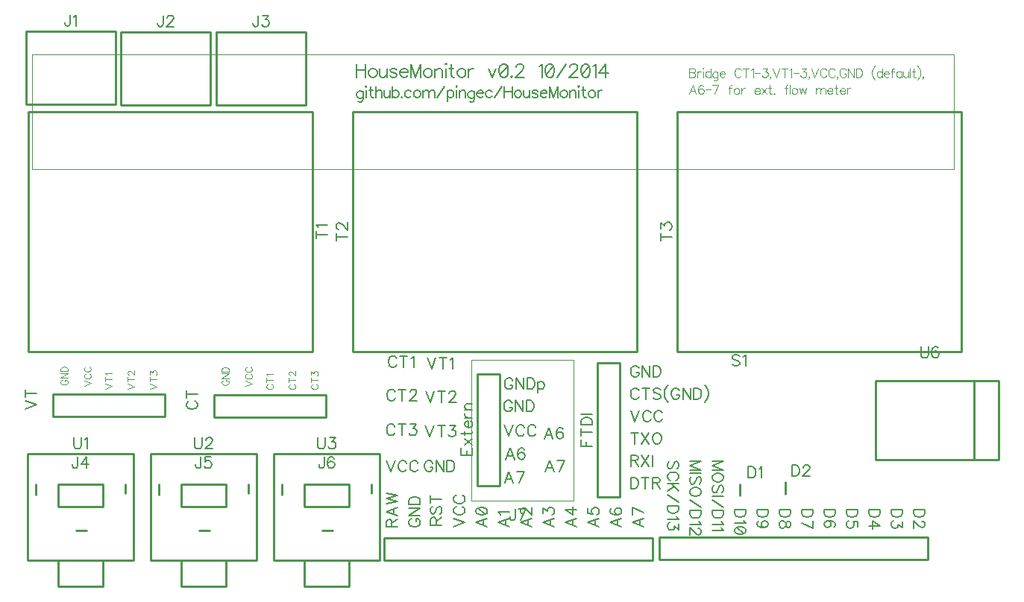
<source format=gto>
G04 DipTrace 2.4.0.2*
%INTopSilk.gto*%
%MOIN*%
%ADD10C,0.0098*%
%ADD11C,0.0055*%
%ADD13C,0.0014*%
%ADD72C,0.0077*%
%ADD73C,0.0046*%
%ADD74C,0.0066*%
%ADD75C,0.0044*%
%FSLAX44Y44*%
G04*
G70*
G90*
G75*
G01*
%LNTopSilk*%
%LPD*%
X4357Y24174D2*
D10*
X17074D1*
Y13426D1*
X4357D1*
Y24174D1*
X18857D2*
X31574D1*
Y13426D1*
X18857D1*
Y24174D1*
X33357D2*
X46074D1*
Y13426D1*
X33357D1*
Y24174D1*
X4259Y27760D2*
X8259D1*
Y24492D1*
X4259D1*
Y27760D1*
X8516Y27738D2*
X12516D1*
Y24471D1*
X8516D1*
Y27738D1*
X12774Y27740D2*
X16774D1*
Y24472D1*
X12774D1*
Y27740D1*
X5457Y11515D2*
X10457D1*
Y10515D1*
X5457D1*
Y11515D1*
X12656Y11506D2*
X17657D1*
Y10506D1*
X12656D1*
Y11506D1*
X5707Y7481D2*
X7707D1*
Y6481D1*
X5707D1*
Y7481D1*
X11207D2*
X13207D1*
Y6481D1*
X11207D1*
Y7481D1*
X16707D2*
X18707D1*
Y6481D1*
X16707D1*
Y7481D1*
X4332Y8856D2*
X9082D1*
Y4106D1*
X4332D1*
Y8856D1*
X5707Y4106D2*
X7707D1*
Y2918D1*
X5707D1*
Y4106D1*
X6519Y5418D2*
X6957D1*
X4707Y7481D2*
Y7043D1*
X8707Y7481D2*
Y7106D1*
X9832Y8856D2*
X14582D1*
Y4106D1*
X9832D1*
Y8856D1*
X11207Y4106D2*
X13207D1*
Y2918D1*
X11207D1*
Y4106D1*
X12019Y5418D2*
X12457D1*
X10207Y7481D2*
Y7043D1*
X14207Y7481D2*
Y7106D1*
X15332Y8856D2*
X20082D1*
Y4106D1*
X15332D1*
Y8856D1*
X16707Y4106D2*
X18707D1*
Y2918D1*
X16707D1*
Y4106D1*
X17519Y5418D2*
X17957D1*
X15707Y7481D2*
Y7043D1*
X19707Y7481D2*
Y7106D1*
X42242Y8589D2*
X47753D1*
Y12132D1*
X42242D1*
Y8589D1*
X46651Y8628D2*
Y12132D1*
X36160Y6998D2*
Y7509D1*
X30804Y12921D2*
X29804D1*
Y6922D1*
X30804D1*
Y12921D1*
X38211Y7073D2*
Y7584D1*
X20256Y5101D2*
X32255D1*
Y4101D1*
X20256D1*
Y5101D1*
X44562Y4136D2*
X32564D1*
Y5136D1*
X44562D1*
Y4136D1*
X25449Y12440D2*
X24449D1*
Y7440D1*
X25449D1*
Y12440D1*
X4554Y26721D2*
D13*
X45749D1*
Y21578D1*
X4554D1*
Y26721D1*
X24187Y13074D2*
X28732D1*
Y6763D1*
X24187D1*
Y13074D1*
X17243Y18663D2*
D72*
X17746D1*
X17243Y18495D2*
Y18830D1*
X17339Y18985D2*
X17315Y19033D1*
X17244Y19105D1*
X17746D1*
X18125Y18555D2*
X18627D1*
X18125Y18388D2*
Y18723D1*
X18245Y18902D2*
X18221D1*
X18173Y18925D1*
X18149Y18949D1*
X18125Y18997D1*
Y19093D1*
X18149Y19140D1*
X18173Y19164D1*
X18221Y19188D1*
X18269D1*
X18317Y19164D1*
X18388Y19117D1*
X18627Y18877D1*
Y19212D1*
X32625Y18555D2*
X33127D1*
X32625Y18388D2*
Y18723D1*
Y18925D2*
Y19188D1*
X32817Y19045D1*
Y19117D1*
X32840Y19164D1*
X32864Y19188D1*
X32936Y19212D1*
X32984D1*
X33055Y19188D1*
X33103Y19140D1*
X33127Y19068D1*
Y18997D1*
X33103Y18925D1*
X33079Y18902D1*
X33032Y18877D1*
X6241Y28492D2*
Y28109D1*
X6217Y28037D1*
X6193Y28014D1*
X6145Y27989D1*
X6097D1*
X6050Y28014D1*
X6026Y28037D1*
X6002Y28109D1*
Y28157D1*
X6395Y28396D2*
X6444Y28420D1*
X6515Y28491D1*
Y27989D1*
X10391Y28471D2*
Y28088D1*
X10367Y28016D1*
X10343Y27993D1*
X10295Y27968D1*
X10247D1*
X10200Y27993D1*
X10176Y28016D1*
X10151Y28088D1*
Y28136D1*
X10569Y28351D2*
Y28374D1*
X10593Y28423D1*
X10617Y28446D1*
X10665Y28470D1*
X10761D1*
X10808Y28446D1*
X10832Y28423D1*
X10856Y28374D1*
Y28327D1*
X10832Y28279D1*
X10784Y28208D1*
X10545Y27968D1*
X10880D1*
X14649Y28472D2*
Y28089D1*
X14626Y28018D1*
X14601Y27994D1*
X14554Y27969D1*
X14506D1*
X14458Y27994D1*
X14434Y28018D1*
X14410Y28089D1*
Y28137D1*
X14852Y28471D2*
X15114D1*
X14971Y28280D1*
X15043D1*
X15091Y28256D1*
X15114Y28233D1*
X15139Y28161D1*
Y28113D1*
X15114Y28041D1*
X15067Y27993D1*
X14995Y27969D1*
X14923D1*
X14852Y27993D1*
X14828Y28018D1*
X14804Y28065D1*
X4233Y10854D2*
X4735Y11045D1*
X4233Y11236D1*
Y11558D2*
X4735D1*
X4233Y11391D2*
Y11726D1*
X11552Y11215D2*
X11504Y11191D1*
X11456Y11143D1*
X11432Y11096D1*
Y11000D1*
X11456Y10952D1*
X11504Y10904D1*
X11552Y10880D1*
X11623Y10856D1*
X11743D1*
X11815Y10880D1*
X11863Y10904D1*
X11910Y10952D1*
X11935Y11000D1*
Y11096D1*
X11910Y11143D1*
X11863Y11191D1*
X11815Y11215D1*
X11432Y11537D2*
X11935D1*
X11432Y11369D2*
Y11704D1*
X6570Y8713D2*
Y8330D1*
X6546Y8259D1*
X6522Y8235D1*
X6475Y8211D1*
X6426D1*
X6379Y8235D1*
X6355Y8259D1*
X6331Y8330D1*
Y8378D1*
X6964Y8211D2*
Y8712D1*
X6725Y8378D1*
X7083D1*
X12082Y8713D2*
Y8330D1*
X12058Y8259D1*
X12034Y8235D1*
X11986Y8211D1*
X11938D1*
X11891Y8235D1*
X11867Y8259D1*
X11843Y8330D1*
Y8378D1*
X12523Y8712D2*
X12285D1*
X12261Y8497D1*
X12285Y8521D1*
X12356Y8545D1*
X12428D1*
X12500Y8521D1*
X12548Y8474D1*
X12571Y8402D1*
Y8354D1*
X12548Y8282D1*
X12500Y8234D1*
X12428Y8211D1*
X12356D1*
X12285Y8234D1*
X12261Y8259D1*
X12236Y8306D1*
X17594Y8713D2*
Y8330D1*
X17570Y8259D1*
X17546Y8235D1*
X17499Y8211D1*
X17451D1*
X17403Y8235D1*
X17379Y8259D1*
X17355Y8330D1*
Y8378D1*
X18035Y8641D2*
X18012Y8689D1*
X17940Y8712D1*
X17892D1*
X17820Y8689D1*
X17772Y8617D1*
X17749Y8497D1*
Y8378D1*
X17772Y8282D1*
X17820Y8234D1*
X17892Y8211D1*
X17916D1*
X17987Y8234D1*
X18035Y8282D1*
X18059Y8354D1*
Y8378D1*
X18035Y8450D1*
X17987Y8497D1*
X17916Y8521D1*
X17892D1*
X17820Y8497D1*
X17772Y8450D1*
X17749Y8378D1*
X6402Y9588D2*
Y9229D1*
X6426Y9157D1*
X6474Y9110D1*
X6546Y9086D1*
X6594D1*
X6666Y9110D1*
X6714Y9157D1*
X6737Y9229D1*
Y9588D1*
X6892Y9492D2*
X6940Y9516D1*
X7012Y9587D1*
Y9086D1*
X11795Y9588D2*
Y9229D1*
X11819Y9157D1*
X11867Y9110D1*
X11939Y9086D1*
X11986D1*
X12058Y9110D1*
X12106Y9157D1*
X12130Y9229D1*
Y9588D1*
X12309Y9468D2*
Y9492D1*
X12332Y9540D1*
X12356Y9564D1*
X12404Y9587D1*
X12500D1*
X12547Y9564D1*
X12571Y9540D1*
X12595Y9492D1*
Y9444D1*
X12571Y9396D1*
X12524Y9325D1*
X12284Y9086D1*
X12619D1*
X17295Y9588D2*
Y9229D1*
X17319Y9157D1*
X17367Y9110D1*
X17439Y9086D1*
X17486D1*
X17558Y9110D1*
X17606Y9157D1*
X17630Y9229D1*
Y9588D1*
X17832Y9587D2*
X18095D1*
X17952Y9396D1*
X18024D1*
X18071Y9372D1*
X18095Y9349D1*
X18119Y9277D1*
Y9229D1*
X18095Y9157D1*
X18047Y9109D1*
X17975Y9086D1*
X17904D1*
X17832Y9109D1*
X17809Y9134D1*
X17784Y9181D1*
X44263Y13652D2*
Y13293D1*
X44287Y13221D1*
X44335Y13174D1*
X44407Y13150D1*
X44454D1*
X44526Y13174D1*
X44574Y13221D1*
X44598Y13293D1*
Y13652D1*
X45039Y13580D2*
X45015Y13628D1*
X44943Y13651D1*
X44896D1*
X44824Y13628D1*
X44776Y13556D1*
X44752Y13436D1*
Y13317D1*
X44776Y13221D1*
X44824Y13173D1*
X44896Y13150D1*
X44920D1*
X44991Y13173D1*
X45039Y13221D1*
X45063Y13293D1*
Y13317D1*
X45039Y13389D1*
X44991Y13436D1*
X44920Y13460D1*
X44896D1*
X44824Y13436D1*
X44776Y13389D1*
X44752Y13317D1*
X36544Y8281D2*
Y7778D1*
X36712D1*
X36784Y7803D1*
X36832Y7850D1*
X36856Y7898D1*
X36879Y7970D1*
Y8090D1*
X36856Y8161D1*
X36832Y8209D1*
X36784Y8257D1*
X36712Y8281D1*
X36544D1*
X37034Y8185D2*
X37082Y8209D1*
X37154Y8280D1*
Y7778D1*
X29071Y9510D2*
Y9199D1*
X29574D1*
X29311D2*
Y9391D1*
X29071Y9832D2*
X29574D1*
X29071Y9665D2*
Y10000D1*
Y10154D2*
X29574D1*
Y10322D1*
X29549Y10393D1*
X29502Y10442D1*
X29454Y10465D1*
X29382Y10489D1*
X29263D1*
X29191Y10465D1*
X29143Y10442D1*
X29095Y10393D1*
X29071Y10322D1*
Y10154D1*
Y10643D2*
X29574D1*
X36161Y13220D2*
X36113Y13268D1*
X36041Y13292D1*
X35946D1*
X35874Y13268D1*
X35826Y13220D1*
Y13172D1*
X35850Y13124D1*
X35874Y13100D1*
X35921Y13077D1*
X36065Y13029D1*
X36113Y13005D1*
X36137Y12980D1*
X36161Y12933D1*
Y12861D1*
X36113Y12814D1*
X36041Y12789D1*
X35946D1*
X35874Y12814D1*
X35826Y12861D1*
X36315Y13195D2*
X36363Y13220D1*
X36435Y13291D1*
Y12789D1*
X38488Y8356D2*
Y7854D1*
X38655D1*
X38727Y7878D1*
X38775Y7926D1*
X38799Y7974D1*
X38823Y8045D1*
Y8165D1*
X38799Y8237D1*
X38775Y8284D1*
X38727Y8332D1*
X38655Y8356D1*
X38488D1*
X39002Y8236D2*
Y8260D1*
X39025Y8308D1*
X39049Y8332D1*
X39097Y8356D1*
X39193D1*
X39240Y8332D1*
X39264Y8308D1*
X39288Y8260D1*
Y8212D1*
X39264Y8164D1*
X39217Y8093D1*
X38977Y7854D1*
X39312D1*
X26131Y6382D2*
Y6000D1*
X26107Y5928D1*
X26083Y5904D1*
X26035Y5880D1*
X25987D1*
X25940Y5904D1*
X25916Y5928D1*
X25892Y6000D1*
Y6047D1*
X26381Y5880D2*
X26620Y6382D1*
X26285D1*
X20831Y13115D2*
X20807Y13163D1*
X20759Y13211D1*
X20711Y13235D1*
X20616D1*
X20568Y13211D1*
X20520Y13163D1*
X20496Y13115D1*
X20472Y13043D1*
Y12923D1*
X20496Y12852D1*
X20520Y12804D1*
X20568Y12757D1*
X20616Y12732D1*
X20711D1*
X20759Y12757D1*
X20807Y12804D1*
X20831Y12852D1*
X21153Y13235D2*
Y12732D1*
X20985Y13235D2*
X21320D1*
X21475Y13138D2*
X21523Y13163D1*
X21594Y13234D1*
Y12732D1*
X20763Y11616D2*
X20739Y11664D1*
X20691Y11712D1*
X20644Y11736D1*
X20548D1*
X20500Y11712D1*
X20453Y11664D1*
X20428Y11616D1*
X20405Y11544D1*
Y11425D1*
X20428Y11353D1*
X20453Y11305D1*
X20500Y11258D1*
X20548Y11233D1*
X20644D1*
X20691Y11258D1*
X20739Y11305D1*
X20763Y11353D1*
X21085Y11736D2*
Y11233D1*
X20918Y11736D2*
X21253D1*
X21431Y11616D2*
Y11640D1*
X21455Y11688D1*
X21479Y11711D1*
X21527Y11735D1*
X21623D1*
X21670Y11711D1*
X21694Y11688D1*
X21718Y11640D1*
Y11592D1*
X21694Y11544D1*
X21646Y11473D1*
X21407Y11233D1*
X21742D1*
X20749Y10068D2*
X20725Y10116D1*
X20677Y10164D1*
X20630Y10187D1*
X20534D1*
X20486Y10164D1*
X20439Y10116D1*
X20414Y10068D1*
X20391Y9996D1*
Y9876D1*
X20414Y9805D1*
X20439Y9757D1*
X20486Y9709D1*
X20534Y9685D1*
X20630D1*
X20677Y9709D1*
X20725Y9757D1*
X20749Y9805D1*
X21071Y10187D2*
Y9685D1*
X20904Y10187D2*
X21239D1*
X21441D2*
X21704D1*
X21560Y9996D1*
X21632D1*
X21680Y9972D1*
X21704Y9948D1*
X21728Y9876D1*
Y9829D1*
X21704Y9757D1*
X21656Y9709D1*
X21584Y9685D1*
X21512D1*
X21441Y9709D1*
X21417Y9733D1*
X21393Y9781D1*
X22201Y13170D2*
X22393Y12667D1*
X22584Y13170D1*
X22906D2*
Y12667D1*
X22738Y13170D2*
X23073D1*
X23228Y13074D2*
X23276Y13098D1*
X23347Y13169D1*
Y12667D1*
X22134Y11671D2*
X22325Y11168D1*
X22516Y11671D1*
X22838D2*
Y11168D1*
X22671Y11671D2*
X23006D1*
X23184Y11551D2*
Y11574D1*
X23208Y11623D1*
X23232Y11646D1*
X23280Y11670D1*
X23376D1*
X23423Y11646D1*
X23447Y11623D1*
X23471Y11574D1*
Y11527D1*
X23447Y11479D1*
X23399Y11408D1*
X23160Y11168D1*
X23495D1*
X22120Y10122D2*
X22311Y9620D1*
X22502Y10122D1*
X22824D2*
Y9620D1*
X22657Y10122D2*
X22992D1*
X23194D2*
X23457D1*
X23314Y9931D1*
X23385D1*
X23433Y9907D1*
X23457Y9883D1*
X23481Y9811D1*
Y9764D1*
X23457Y9692D1*
X23409Y9644D1*
X23337Y9620D1*
X23265D1*
X23194Y9644D1*
X23170Y9668D1*
X23146Y9716D1*
X22441Y8443D2*
X22417Y8491D1*
X22369Y8539D1*
X22322Y8563D1*
X22226D1*
X22178Y8539D1*
X22130Y8491D1*
X22106Y8443D1*
X22082Y8372D1*
Y8252D1*
X22106Y8180D1*
X22130Y8132D1*
X22178Y8085D1*
X22226Y8060D1*
X22322D1*
X22369Y8085D1*
X22417Y8132D1*
X22441Y8180D1*
Y8252D1*
X22322D1*
X22930Y8563D2*
Y8060D1*
X22596Y8563D1*
Y8060D1*
X23085Y8563D2*
Y8060D1*
X23252D1*
X23324Y8085D1*
X23372Y8132D1*
X23396Y8180D1*
X23420Y8252D1*
Y8372D1*
X23396Y8443D1*
X23372Y8491D1*
X23324Y8539D1*
X23252Y8563D1*
X23085D1*
X20378Y8557D2*
X20569Y8055D1*
X20761Y8557D1*
X21274Y8438D2*
X21250Y8485D1*
X21202Y8533D1*
X21154Y8557D1*
X21059D1*
X21011Y8533D1*
X20963Y8485D1*
X20939Y8438D1*
X20915Y8366D1*
Y8246D1*
X20939Y8175D1*
X20963Y8126D1*
X21011Y8079D1*
X21059Y8055D1*
X21154D1*
X21202Y8079D1*
X21250Y8126D1*
X21274Y8175D1*
X21787Y8438D2*
X21763Y8485D1*
X21715Y8533D1*
X21667Y8557D1*
X21572D1*
X21524Y8533D1*
X21476Y8485D1*
X21452Y8438D1*
X21428Y8366D1*
Y8246D1*
X21452Y8175D1*
X21476Y8126D1*
X21524Y8079D1*
X21572Y8055D1*
X21667D1*
X21715Y8079D1*
X21763Y8126D1*
X21787Y8175D1*
X23717Y9111D2*
Y8801D1*
X24219D1*
Y9111D1*
X23956Y8801D2*
Y8992D1*
X23884Y9266D2*
X24219Y9529D1*
X23884D2*
X24219Y9266D1*
X23717Y9755D2*
X24124D1*
X24195Y9779D1*
X24219Y9827D1*
Y9874D1*
X23884Y9683D2*
Y9851D1*
X24028Y10029D2*
Y10316D1*
X23980D1*
X23932Y10292D1*
X23908Y10268D1*
X23884Y10220D1*
Y10148D1*
X23908Y10101D1*
X23956Y10052D1*
X24028Y10029D1*
X24076D1*
X24147Y10052D1*
X24195Y10101D1*
X24219Y10148D1*
Y10220D1*
X24195Y10268D1*
X24147Y10316D1*
X23884Y10470D2*
X24219D1*
X24028D2*
X23956Y10494D1*
X23908Y10542D1*
X23884Y10590D1*
Y10662D1*
Y10816D2*
X24219D1*
X23980D2*
X23908Y10888D1*
X23884Y10936D1*
Y11007D1*
X23908Y11055D1*
X23980Y11079D1*
X24219D1*
X27820Y9530D2*
X27628Y10032D1*
X27437Y9530D1*
X27509Y9697D2*
X27748D1*
X28261Y9960D2*
X28238Y10008D1*
X28166Y10032D1*
X28118D1*
X28046Y10008D1*
X27998Y9936D1*
X27975Y9817D1*
Y9697D1*
X27998Y9602D1*
X28046Y9554D1*
X28118Y9530D1*
X28142D1*
X28213Y9554D1*
X28261Y9602D1*
X28285Y9673D1*
Y9697D1*
X28261Y9769D1*
X28213Y9817D1*
X28142Y9840D1*
X28118D1*
X28046Y9817D1*
X27998Y9769D1*
X27975Y9697D1*
X27857Y8051D2*
X27666Y8553D1*
X27474Y8051D1*
X27546Y8218D2*
X27786D1*
X28107Y8051D2*
X28347Y8553D1*
X28012D1*
X5892Y12160D2*
D73*
X5863Y12146D1*
X5834Y12117D1*
X5820Y12088D1*
Y12031D1*
X5834Y12002D1*
X5863Y11974D1*
X5892Y11959D1*
X5935Y11945D1*
X6007D1*
X6050Y11959D1*
X6078Y11974D1*
X6107Y12002D1*
X6122Y12031D1*
Y12088D1*
X6107Y12117D1*
X6078Y12146D1*
X6050Y12160D1*
X6007D1*
Y12088D1*
X5820Y12453D2*
X6122D1*
X5820Y12253D1*
X6122D1*
X5820Y12546D2*
X6122D1*
Y12647D1*
X6107Y12690D1*
X6078Y12719D1*
X6050Y12733D1*
X6007Y12747D1*
X5935D1*
X5892Y12733D1*
X5863Y12719D1*
X5834Y12690D1*
X5820Y12647D1*
Y12546D1*
X6863Y11902D2*
X7164Y12017D1*
X6863Y12131D1*
X6935Y12439D2*
X6906Y12425D1*
X6877Y12396D1*
X6863Y12368D1*
Y12310D1*
X6877Y12281D1*
X6906Y12253D1*
X6935Y12238D1*
X6978Y12224D1*
X7050D1*
X7092Y12238D1*
X7121Y12253D1*
X7150Y12281D1*
X7164Y12310D1*
Y12368D1*
X7150Y12396D1*
X7121Y12425D1*
X7092Y12439D1*
X6935Y12747D2*
X6906Y12733D1*
X6877Y12704D1*
X6863Y12675D1*
Y12618D1*
X6877Y12589D1*
X6906Y12561D1*
X6935Y12546D1*
X6978Y12532D1*
X7050D1*
X7092Y12546D1*
X7121Y12561D1*
X7150Y12589D1*
X7164Y12618D1*
Y12675D1*
X7150Y12704D1*
X7121Y12733D1*
X7092Y12747D1*
X7812Y11766D2*
X8113Y11881D1*
X7812Y11995D1*
Y12188D2*
X8113D1*
X7812Y12088D2*
Y12289D1*
X7869Y12382D2*
X7855Y12410D1*
X7812Y12453D1*
X8113D1*
X8816Y11762D2*
X9117Y11877D1*
X8816Y11991D1*
Y12184D2*
X9117D1*
X8816Y12084D2*
Y12285D1*
X8887Y12392D2*
X8873D1*
X8844Y12406D1*
X8830Y12421D1*
X8816Y12450D1*
Y12507D1*
X8830Y12535D1*
X8844Y12550D1*
X8873Y12564D1*
X8902D1*
X8931Y12550D1*
X8973Y12521D1*
X9117Y12378D1*
Y12579D1*
X9816Y11762D2*
X10117Y11877D1*
X9816Y11991D1*
Y12184D2*
X10117D1*
X9816Y12084D2*
Y12285D1*
Y12406D2*
Y12564D1*
X9931Y12478D1*
Y12521D1*
X9945Y12550D1*
X9959Y12564D1*
X10002Y12579D1*
X10031D1*
X10074Y12564D1*
X10103Y12535D1*
X10117Y12492D1*
Y12449D1*
X10103Y12406D1*
X10088Y12392D1*
X10060Y12378D1*
X13091Y12150D2*
X13063Y12136D1*
X13034Y12107D1*
X13020Y12079D1*
Y12021D1*
X13034Y11993D1*
X13063Y11964D1*
X13091Y11950D1*
X13134Y11935D1*
X13206D1*
X13249Y11950D1*
X13278Y11964D1*
X13307Y11993D1*
X13321Y12021D1*
Y12079D1*
X13307Y12107D1*
X13278Y12136D1*
X13249Y12150D1*
X13206D1*
Y12079D1*
X13020Y12444D2*
X13321D1*
X13020Y12243D1*
X13321D1*
X13020Y12537D2*
X13321D1*
Y12637D1*
X13307Y12680D1*
X13278Y12709D1*
X13249Y12723D1*
X13206Y12738D1*
X13134D1*
X13091Y12723D1*
X13063Y12709D1*
X13034Y12680D1*
X13020Y12637D1*
Y12537D1*
X14062Y11892D2*
X14364Y12007D1*
X14062Y12122D1*
X14134Y12430D2*
X14106Y12416D1*
X14077Y12387D1*
X14062Y12358D1*
Y12301D1*
X14077Y12272D1*
X14106Y12243D1*
X14134Y12229D1*
X14177Y12215D1*
X14249D1*
X14292Y12229D1*
X14321Y12243D1*
X14349Y12272D1*
X14364Y12301D1*
Y12358D1*
X14349Y12387D1*
X14321Y12416D1*
X14292Y12430D1*
X14134Y12738D2*
X14106Y12723D1*
X14077Y12695D1*
X14062Y12666D1*
Y12609D1*
X14077Y12580D1*
X14106Y12551D1*
X14134Y12537D1*
X14177Y12522D1*
X14249D1*
X14292Y12537D1*
X14321Y12551D1*
X14349Y12580D1*
X14364Y12609D1*
Y12666D1*
X14349Y12695D1*
X14321Y12723D1*
X14292Y12738D1*
X15083Y11972D2*
X15054Y11957D1*
X15025Y11929D1*
X15011Y11900D1*
Y11843D1*
X15025Y11814D1*
X15054Y11785D1*
X15083Y11771D1*
X15126Y11756D1*
X15198D1*
X15240Y11771D1*
X15269Y11785D1*
X15298Y11814D1*
X15312Y11843D1*
Y11900D1*
X15298Y11929D1*
X15269Y11957D1*
X15240Y11972D1*
X15011Y12165D2*
X15312D1*
X15011Y12064D2*
Y12265D1*
X15069Y12358D2*
X15054Y12387D1*
X15011Y12430D1*
X15312D1*
X16087Y11968D2*
X16058Y11953D1*
X16029Y11925D1*
X16015Y11896D1*
Y11839D1*
X16029Y11810D1*
X16058Y11781D1*
X16087Y11767D1*
X16130Y11752D1*
X16202D1*
X16244Y11767D1*
X16273Y11781D1*
X16302Y11810D1*
X16316Y11839D1*
Y11896D1*
X16302Y11925D1*
X16273Y11953D1*
X16244Y11968D1*
X16015Y12161D2*
X16316D1*
X16015Y12060D2*
Y12261D1*
X16087Y12368D2*
X16073D1*
X16044Y12383D1*
X16030Y12397D1*
X16015Y12426D1*
Y12483D1*
X16030Y12512D1*
X16044Y12526D1*
X16073Y12541D1*
X16101D1*
X16130Y12526D1*
X16173Y12497D1*
X16316Y12354D1*
Y12555D1*
X17087Y11968D2*
X17058Y11953D1*
X17029Y11925D1*
X17015Y11896D1*
Y11839D1*
X17029Y11810D1*
X17058Y11781D1*
X17087Y11767D1*
X17130Y11752D1*
X17202D1*
X17244Y11767D1*
X17273Y11781D1*
X17302Y11810D1*
X17316Y11839D1*
Y11896D1*
X17302Y11925D1*
X17273Y11953D1*
X17244Y11968D1*
X17015Y12161D2*
X17316D1*
X17015Y12060D2*
Y12261D1*
Y12383D2*
Y12540D1*
X17130Y12454D1*
Y12497D1*
X17144Y12526D1*
X17159Y12540D1*
X17202Y12555D1*
X17230D1*
X17273Y12540D1*
X17302Y12512D1*
X17316Y12469D1*
Y12425D1*
X17302Y12383D1*
X17288Y12368D1*
X17259Y12354D1*
X31655Y12679D2*
D72*
X31631Y12726D1*
X31583Y12774D1*
X31535Y12798D1*
X31440D1*
X31391Y12774D1*
X31344Y12726D1*
X31320Y12679D1*
X31296Y12607D1*
Y12487D1*
X31320Y12416D1*
X31344Y12368D1*
X31391Y12320D1*
X31440Y12296D1*
X31535D1*
X31583Y12320D1*
X31631Y12368D1*
X31655Y12416D1*
Y12487D1*
X31535D1*
X32144Y12798D2*
Y12296D1*
X31809Y12798D1*
Y12296D1*
X32298Y12798D2*
Y12296D1*
X32466D1*
X32538Y12320D1*
X32586Y12368D1*
X32609Y12416D1*
X32633Y12487D1*
Y12607D1*
X32609Y12679D1*
X32586Y12726D1*
X32538Y12774D1*
X32466Y12798D1*
X32298D1*
X31655Y11679D2*
X31631Y11726D1*
X31583Y11774D1*
X31535Y11798D1*
X31440D1*
X31391Y11774D1*
X31344Y11726D1*
X31320Y11679D1*
X31296Y11607D1*
Y11487D1*
X31320Y11416D1*
X31344Y11368D1*
X31391Y11320D1*
X31440Y11296D1*
X31535D1*
X31583Y11320D1*
X31631Y11368D1*
X31655Y11416D1*
X31976Y11798D2*
Y11296D1*
X31809Y11798D2*
X32144D1*
X32633Y11726D2*
X32586Y11774D1*
X32514Y11798D1*
X32418D1*
X32346Y11774D1*
X32298Y11726D1*
Y11679D1*
X32323Y11631D1*
X32346Y11607D1*
X32394Y11583D1*
X32538Y11535D1*
X32586Y11511D1*
X32609Y11487D1*
X32633Y11439D1*
Y11368D1*
X32586Y11320D1*
X32514Y11296D1*
X32418D1*
X32346Y11320D1*
X32298Y11368D1*
X32955Y11929D2*
X32907Y11882D1*
X32859Y11810D1*
X32811Y11714D1*
X32788Y11594D1*
Y11499D1*
X32811Y11379D1*
X32859Y11284D1*
X32907Y11212D1*
X32955Y11164D1*
X33468Y11679D2*
X33444Y11726D1*
X33396Y11774D1*
X33349Y11798D1*
X33253D1*
X33205Y11774D1*
X33158Y11726D1*
X33133Y11679D1*
X33109Y11607D1*
Y11487D1*
X33133Y11416D1*
X33158Y11368D1*
X33205Y11320D1*
X33253Y11296D1*
X33349D1*
X33396Y11320D1*
X33444Y11368D1*
X33468Y11416D1*
Y11487D1*
X33349D1*
X33957Y11798D2*
Y11296D1*
X33623Y11798D1*
Y11296D1*
X34112Y11798D2*
Y11296D1*
X34279D1*
X34351Y11320D1*
X34399Y11368D1*
X34423Y11416D1*
X34447Y11487D1*
Y11607D1*
X34423Y11679D1*
X34399Y11726D1*
X34351Y11774D1*
X34279Y11798D1*
X34112D1*
X34601Y11929D2*
X34649Y11882D1*
X34697Y11810D1*
X34745Y11714D1*
X34769Y11594D1*
Y11499D1*
X34745Y11379D1*
X34697Y11284D1*
X34649Y11212D1*
X34601Y11164D1*
X31296Y10798D2*
X31487Y10296D1*
X31678Y10798D1*
X32191Y10679D2*
X32168Y10726D1*
X32120Y10774D1*
X32072Y10798D1*
X31976D1*
X31928Y10774D1*
X31881Y10726D1*
X31856Y10679D1*
X31833Y10607D1*
Y10487D1*
X31856Y10416D1*
X31881Y10368D1*
X31928Y10320D1*
X31976Y10296D1*
X32072D1*
X32120Y10320D1*
X32168Y10368D1*
X32191Y10416D1*
X32704Y10679D2*
X32681Y10726D1*
X32633Y10774D1*
X32585Y10798D1*
X32489D1*
X32441Y10774D1*
X32394Y10726D1*
X32370Y10679D1*
X32346Y10607D1*
Y10487D1*
X32370Y10416D1*
X32394Y10368D1*
X32441Y10320D1*
X32489Y10296D1*
X32585D1*
X32633Y10320D1*
X32681Y10368D1*
X32704Y10416D1*
X31463Y9798D2*
Y9296D1*
X31296Y9798D2*
X31631D1*
X31785D2*
X32120Y9296D1*
Y9798D2*
X31785Y9296D1*
X32418Y9798D2*
X32370Y9774D1*
X32323Y9726D1*
X32298Y9679D1*
X32274Y9607D1*
Y9487D1*
X32298Y9416D1*
X32323Y9368D1*
X32370Y9320D1*
X32418Y9296D1*
X32514D1*
X32561Y9320D1*
X32609Y9368D1*
X32633Y9416D1*
X32657Y9487D1*
Y9607D1*
X32633Y9679D1*
X32609Y9726D1*
X32561Y9774D1*
X32514Y9798D1*
X32418D1*
X31296Y8559D2*
X31511D1*
X31583Y8583D1*
X31607Y8607D1*
X31631Y8654D1*
Y8702D1*
X31607Y8750D1*
X31583Y8774D1*
X31511Y8798D1*
X31296D1*
Y8296D1*
X31463Y8559D2*
X31631Y8296D1*
X31785Y8798D2*
X32120Y8296D1*
Y8798D2*
X31785Y8296D1*
X32274Y8798D2*
Y8296D1*
X31296Y7798D2*
Y7296D1*
X31463D1*
X31535Y7320D1*
X31583Y7368D1*
X31607Y7416D1*
X31631Y7487D1*
Y7607D1*
X31607Y7679D1*
X31583Y7726D1*
X31535Y7774D1*
X31463Y7798D1*
X31296D1*
X31953D2*
Y7296D1*
X31785Y7798D2*
X32120D1*
X32274Y7559D2*
X32489D1*
X32561Y7583D1*
X32586Y7607D1*
X32609Y7654D1*
Y7702D1*
X32586Y7750D1*
X32561Y7774D1*
X32489Y7798D1*
X32274D1*
Y7296D1*
X32442Y7559D2*
X32609Y7296D1*
X22589Y5676D2*
Y5891D1*
X22565Y5963D1*
X22541Y5987D1*
X22493Y6011D1*
X22445D1*
X22398Y5987D1*
X22374Y5963D1*
X22350Y5891D1*
Y5676D1*
X22852D1*
X22589Y5843D2*
X22852Y6011D1*
X22422Y6500D2*
X22374Y6453D1*
X22350Y6381D1*
Y6285D1*
X22374Y6213D1*
X22422Y6165D1*
X22469D1*
X22517Y6190D1*
X22541Y6213D1*
X22565Y6261D1*
X22613Y6405D1*
X22637Y6453D1*
X22661Y6476D1*
X22708Y6500D1*
X22780D1*
X22828Y6453D1*
X22852Y6381D1*
Y6285D1*
X22828Y6213D1*
X22780Y6165D1*
X22350Y6822D2*
X22852D1*
X22350Y6655D2*
Y6989D1*
X21499Y5952D2*
X21451Y5928D1*
X21403Y5880D1*
X21379Y5832D1*
Y5737D1*
X21403Y5689D1*
X21451Y5641D1*
X21499Y5617D1*
X21570Y5593D1*
X21690D1*
X21762Y5617D1*
X21810Y5641D1*
X21857Y5689D1*
X21882Y5737D1*
Y5832D1*
X21857Y5880D1*
X21810Y5928D1*
X21762Y5952D1*
X21690D1*
Y5832D1*
X21379Y6441D2*
X21882D1*
X21379Y6106D1*
X21882D1*
X21379Y6595D2*
X21882D1*
Y6763D1*
X21857Y6835D1*
X21810Y6883D1*
X21762Y6907D1*
X21690Y6930D1*
X21570D1*
X21499Y6907D1*
X21451Y6883D1*
X21403Y6835D1*
X21379Y6763D1*
Y6595D1*
X20619Y5593D2*
Y5808D1*
X20594Y5880D1*
X20570Y5904D1*
X20523Y5928D1*
X20475D1*
X20427Y5904D1*
X20403Y5880D1*
X20379Y5808D1*
Y5593D1*
X20882D1*
X20619Y5760D2*
X20882Y5928D1*
Y6465D2*
X20379Y6274D1*
X20882Y6082D1*
X20714Y6154D2*
Y6393D1*
X20379Y6620D2*
X20882Y6740D1*
X20379Y6859D1*
X20882Y6978D1*
X20379Y7098D1*
X23379Y5593D2*
X23882Y5784D1*
X23379Y5975D1*
X23499Y6489D2*
X23451Y6465D1*
X23403Y6417D1*
X23379Y6369D1*
Y6274D1*
X23403Y6225D1*
X23451Y6178D1*
X23499Y6154D1*
X23570Y6130D1*
X23690D1*
X23762Y6154D1*
X23810Y6178D1*
X23857Y6225D1*
X23882Y6274D1*
Y6369D1*
X23857Y6417D1*
X23810Y6465D1*
X23762Y6489D1*
X23499Y7002D2*
X23451Y6978D1*
X23403Y6930D1*
X23379Y6882D1*
Y6787D1*
X23403Y6739D1*
X23451Y6691D1*
X23499Y6667D1*
X23570Y6643D1*
X23690D1*
X23762Y6667D1*
X23810Y6691D1*
X23857Y6739D1*
X23882Y6787D1*
Y6882D1*
X23857Y6930D1*
X23810Y6978D1*
X23762Y7002D1*
X24882Y5976D2*
X24379Y5784D1*
X24882Y5593D1*
X24714Y5665D2*
Y5904D1*
X24380Y6274D2*
X24404Y6202D1*
X24475Y6154D1*
X24595Y6130D1*
X24667D1*
X24786Y6154D1*
X24858Y6202D1*
X24882Y6274D1*
Y6322D1*
X24858Y6393D1*
X24786Y6441D1*
X24667Y6465D1*
X24595D1*
X24475Y6441D1*
X24404Y6393D1*
X24380Y6322D1*
Y6274D1*
X24475Y6441D2*
X24786Y6154D1*
X29882Y5976D2*
X29379Y5784D1*
X29882Y5593D1*
X29714Y5665D2*
Y5904D1*
X29380Y6417D2*
Y6178D1*
X29595Y6155D1*
X29571Y6178D1*
X29547Y6250D1*
Y6322D1*
X29571Y6393D1*
X29619Y6442D1*
X29690Y6465D1*
X29738D1*
X29810Y6442D1*
X29858Y6393D1*
X29882Y6322D1*
Y6250D1*
X29858Y6178D1*
X29834Y6155D1*
X29786Y6130D1*
X26882Y5976D2*
X26379Y5784D1*
X26882Y5593D1*
X26714Y5665D2*
Y5904D1*
X26499Y6155D2*
X26475D1*
X26427Y6178D1*
X26404Y6202D1*
X26380Y6250D1*
Y6346D1*
X26404Y6393D1*
X26427Y6417D1*
X26475Y6442D1*
X26523D1*
X26571Y6417D1*
X26642Y6370D1*
X26882Y6130D1*
Y6465D1*
X27882Y5976D2*
X27379Y5784D1*
X27882Y5593D1*
X27714Y5665D2*
Y5904D1*
X27380Y6178D2*
Y6441D1*
X27571Y6298D1*
Y6370D1*
X27595Y6417D1*
X27619Y6441D1*
X27690Y6465D1*
X27738D1*
X27810Y6441D1*
X27858Y6393D1*
X27882Y6322D1*
Y6250D1*
X27858Y6178D1*
X27834Y6155D1*
X27786Y6130D1*
X28882Y5976D2*
X28379Y5784D1*
X28882Y5593D1*
X28714Y5665D2*
Y5904D1*
X28882Y6370D2*
X28380D1*
X28714Y6130D1*
Y6489D1*
X31882Y5976D2*
X31379Y5784D1*
X31882Y5593D1*
X31714Y5665D2*
Y5904D1*
X31882Y6226D2*
X31380Y6465D1*
Y6130D1*
X30882Y5976D2*
X30379Y5784D1*
X30882Y5593D1*
X30714Y5665D2*
Y5904D1*
X30451Y6417D2*
X30404Y6393D1*
X30380Y6322D1*
Y6274D1*
X30404Y6202D1*
X30475Y6154D1*
X30595Y6130D1*
X30714D1*
X30810Y6154D1*
X30858Y6202D1*
X30882Y6274D1*
Y6298D1*
X30858Y6369D1*
X30810Y6417D1*
X30738Y6441D1*
X30714D1*
X30642Y6417D1*
X30595Y6369D1*
X30571Y6298D1*
Y6274D1*
X30595Y6202D1*
X30642Y6154D1*
X30714Y6130D1*
X44440Y6355D2*
X43937D1*
Y6188D1*
X43962Y6116D1*
X44009Y6068D1*
X44057Y6044D1*
X44129Y6020D1*
X44248D1*
X44320Y6044D1*
X44368Y6068D1*
X44416Y6116D1*
X44440Y6188D1*
Y6355D1*
X44320Y5842D2*
X44344D1*
X44392Y5818D1*
X44415Y5794D1*
X44439Y5746D1*
Y5650D1*
X44415Y5603D1*
X44392Y5579D1*
X44344Y5555D1*
X44296D1*
X44248Y5579D1*
X44177Y5627D1*
X43937Y5866D1*
Y5531D1*
X25882Y5976D2*
X25379Y5784D1*
X25882Y5593D1*
X25714Y5665D2*
Y5904D1*
X25475Y6130D2*
X25451Y6178D1*
X25380Y6250D1*
X25882D1*
X43440Y6355D2*
X42937D1*
Y6188D1*
X42962Y6116D1*
X43009Y6068D1*
X43057Y6044D1*
X43129Y6020D1*
X43248D1*
X43320Y6044D1*
X43368Y6068D1*
X43416Y6116D1*
X43440Y6188D1*
Y6355D1*
X43439Y5818D2*
Y5555D1*
X43248Y5699D1*
Y5627D1*
X43224Y5579D1*
X43200Y5555D1*
X43129Y5531D1*
X43081D1*
X43009Y5555D1*
X42961Y5603D1*
X42937Y5675D1*
Y5747D1*
X42961Y5818D1*
X42985Y5842D1*
X43033Y5866D1*
X42440Y6355D2*
X41937D1*
Y6188D1*
X41962Y6116D1*
X42009Y6068D1*
X42057Y6044D1*
X42129Y6020D1*
X42248D1*
X42320Y6044D1*
X42368Y6068D1*
X42416Y6116D1*
X42440Y6188D1*
Y6355D1*
X41937Y5627D2*
X42439D1*
X42105Y5866D1*
Y5507D1*
X41440Y6355D2*
X40937D1*
Y6188D1*
X40962Y6116D1*
X41009Y6068D1*
X41057Y6044D1*
X41129Y6020D1*
X41248D1*
X41320Y6044D1*
X41368Y6068D1*
X41416Y6116D1*
X41440Y6188D1*
Y6355D1*
X41439Y5579D2*
Y5818D1*
X41224Y5842D1*
X41248Y5818D1*
X41272Y5746D1*
Y5675D1*
X41248Y5603D1*
X41200Y5555D1*
X41129Y5531D1*
X41081D1*
X41009Y5555D1*
X40961Y5603D1*
X40937Y5675D1*
Y5746D1*
X40961Y5818D1*
X40985Y5842D1*
X41033Y5866D1*
X40440Y6355D2*
X39937D1*
Y6188D1*
X39962Y6116D1*
X40009Y6068D1*
X40057Y6044D1*
X40129Y6020D1*
X40248D1*
X40320Y6044D1*
X40368Y6068D1*
X40416Y6116D1*
X40440Y6188D1*
Y6355D1*
X40368Y5579D2*
X40415Y5603D1*
X40439Y5675D1*
Y5722D1*
X40415Y5794D1*
X40344Y5842D1*
X40224Y5866D1*
X40105D1*
X40009Y5842D1*
X39961Y5794D1*
X39937Y5722D1*
Y5699D1*
X39961Y5627D1*
X40009Y5579D1*
X40081Y5555D1*
X40105D1*
X40177Y5579D1*
X40224Y5627D1*
X40248Y5699D1*
Y5722D1*
X40224Y5794D1*
X40177Y5842D1*
X40105Y5866D1*
X39440Y6355D2*
X38937D1*
Y6188D1*
X38962Y6116D1*
X39009Y6068D1*
X39057Y6044D1*
X39129Y6020D1*
X39248D1*
X39320Y6044D1*
X39368Y6068D1*
X39416Y6116D1*
X39440Y6188D1*
Y6355D1*
X38937Y5770D2*
X39439Y5531D1*
Y5866D1*
X38440Y6355D2*
X37937D1*
Y6188D1*
X37962Y6116D1*
X38009Y6068D1*
X38057Y6044D1*
X38129Y6020D1*
X38248D1*
X38320Y6044D1*
X38368Y6068D1*
X38416Y6116D1*
X38440Y6188D1*
Y6355D1*
X38439Y5747D2*
X38415Y5818D1*
X38368Y5842D1*
X38320D1*
X38272Y5818D1*
X38248Y5770D1*
X38224Y5675D1*
X38200Y5603D1*
X38152Y5555D1*
X38105Y5532D1*
X38033D1*
X37985Y5555D1*
X37961Y5579D1*
X37937Y5651D1*
Y5747D1*
X37961Y5818D1*
X37985Y5842D1*
X38033Y5866D1*
X38105D1*
X38152Y5842D1*
X38200Y5794D1*
X38224Y5723D1*
X38248Y5627D1*
X38272Y5579D1*
X38320Y5555D1*
X38368D1*
X38415Y5579D1*
X38439Y5651D1*
Y5747D1*
X37440Y6355D2*
X36937D1*
Y6188D1*
X36962Y6116D1*
X37009Y6068D1*
X37057Y6044D1*
X37129Y6020D1*
X37248D1*
X37320Y6044D1*
X37368Y6068D1*
X37416Y6116D1*
X37440Y6188D1*
Y6355D1*
X37272Y5555D2*
X37200Y5579D1*
X37152Y5627D1*
X37129Y5699D1*
Y5722D1*
X37152Y5794D1*
X37200Y5842D1*
X37272Y5866D1*
X37296D1*
X37368Y5842D1*
X37415Y5794D1*
X37439Y5722D1*
Y5699D1*
X37415Y5627D1*
X37368Y5579D1*
X37272Y5555D1*
X37152D1*
X37033Y5579D1*
X36961Y5627D1*
X36937Y5699D1*
Y5746D1*
X36961Y5818D1*
X37009Y5842D1*
X36440Y6355D2*
X35937D1*
Y6188D1*
X35962Y6116D1*
X36009Y6068D1*
X36057Y6044D1*
X36129Y6020D1*
X36248D1*
X36320Y6044D1*
X36368Y6068D1*
X36416Y6116D1*
X36440Y6188D1*
Y6355D1*
X36344Y5866D2*
X36368Y5818D1*
X36439Y5746D1*
X35937D1*
X36439Y5448D2*
X36415Y5520D1*
X36344Y5568D1*
X36224Y5592D1*
X36152D1*
X36033Y5568D1*
X35961Y5520D1*
X35937Y5448D1*
Y5400D1*
X35961Y5329D1*
X36033Y5281D1*
X36152Y5257D1*
X36224D1*
X36344Y5281D1*
X36415Y5329D1*
X36439Y5400D1*
Y5448D1*
X36344Y5281D2*
X36033Y5568D1*
X34937Y8142D2*
X35440D1*
X34937Y8333D1*
X35440Y8524D1*
X34937D1*
X35440Y7844D2*
X35416Y7892D1*
X35368Y7940D1*
X35320Y7964D1*
X35248Y7988D1*
X35129D1*
X35057Y7964D1*
X35009Y7940D1*
X34962Y7892D1*
X34937Y7844D1*
Y7748D1*
X34962Y7701D1*
X35009Y7653D1*
X35057Y7629D1*
X35129Y7605D1*
X35248D1*
X35320Y7629D1*
X35368Y7653D1*
X35416Y7701D1*
X35440Y7748D1*
Y7844D1*
X35368Y7116D2*
X35416Y7163D1*
X35440Y7235D1*
Y7331D1*
X35416Y7403D1*
X35368Y7451D1*
X35320D1*
X35272Y7426D1*
X35248Y7403D1*
X35225Y7355D1*
X35177Y7211D1*
X35153Y7163D1*
X35129Y7140D1*
X35081Y7116D1*
X35009D1*
X34962Y7163D1*
X34937Y7235D1*
Y7331D1*
X34962Y7403D1*
X35009Y7451D1*
X35440Y6961D2*
X34937D1*
Y6807D2*
X35439Y6472D1*
X35440Y6318D2*
X34937D1*
Y6150D1*
X34962Y6078D1*
X35009Y6030D1*
X35057Y6007D1*
X35129Y5983D1*
X35248D1*
X35320Y6007D1*
X35368Y6030D1*
X35416Y6078D1*
X35440Y6150D1*
Y6318D1*
X35344Y5828D2*
X35368Y5780D1*
X35439Y5708D1*
X34937D1*
X35344Y5554D2*
X35368Y5506D1*
X35439Y5434D1*
X34937D1*
X33937Y8142D2*
X34440D1*
X33937Y8333D1*
X34440Y8524D1*
X33937D1*
X34440Y7988D2*
X33937D1*
X34368Y7498D2*
X34416Y7546D1*
X34440Y7618D1*
Y7713D1*
X34416Y7785D1*
X34368Y7833D1*
X34320D1*
X34272Y7809D1*
X34248Y7785D1*
X34225Y7738D1*
X34177Y7594D1*
X34153Y7546D1*
X34129Y7522D1*
X34081Y7498D1*
X34009D1*
X33962Y7546D1*
X33937Y7618D1*
Y7713D1*
X33962Y7785D1*
X34009Y7833D1*
X34440Y7200D2*
X34416Y7248D1*
X34368Y7296D1*
X34320Y7320D1*
X34248Y7344D1*
X34129D1*
X34057Y7320D1*
X34009Y7296D1*
X33962Y7248D1*
X33937Y7200D1*
Y7105D1*
X33962Y7057D1*
X34009Y7009D1*
X34057Y6985D1*
X34129Y6961D1*
X34248D1*
X34320Y6985D1*
X34368Y7009D1*
X34416Y7057D1*
X34440Y7105D1*
Y7200D1*
X33937Y6807D2*
X34439Y6472D1*
X34440Y6318D2*
X33937D1*
Y6150D1*
X33962Y6078D1*
X34009Y6030D1*
X34057Y6007D1*
X34129Y5983D1*
X34248D1*
X34320Y6007D1*
X34368Y6030D1*
X34416Y6078D1*
X34440Y6150D1*
Y6318D1*
X34344Y5828D2*
X34368Y5780D1*
X34439Y5708D1*
X33937D1*
X34320Y5530D2*
X34344D1*
X34392Y5506D1*
X34415Y5482D1*
X34439Y5434D1*
Y5339D1*
X34415Y5291D1*
X34392Y5267D1*
X34344Y5243D1*
X34296D1*
X34248Y5267D1*
X34177Y5315D1*
X33937Y5554D1*
Y5219D1*
X33368Y8190D2*
X33416Y8237D1*
X33440Y8309D1*
Y8405D1*
X33416Y8476D1*
X33368Y8524D1*
X33320D1*
X33272Y8500D1*
X33248Y8476D1*
X33225Y8429D1*
X33177Y8285D1*
X33153Y8237D1*
X33129Y8213D1*
X33081Y8190D1*
X33009D1*
X32962Y8237D1*
X32937Y8309D1*
Y8405D1*
X32962Y8476D1*
X33009Y8524D1*
X33320Y7676D2*
X33368Y7700D1*
X33416Y7748D1*
X33440Y7796D1*
Y7891D1*
X33416Y7940D1*
X33368Y7987D1*
X33320Y8011D1*
X33248Y8035D1*
X33129D1*
X33057Y8011D1*
X33009Y7987D1*
X32962Y7940D1*
X32937Y7891D1*
Y7796D1*
X32962Y7748D1*
X33009Y7700D1*
X33057Y7676D1*
X33440Y7522D2*
X32937D1*
X33440Y7187D2*
X33105Y7522D1*
X33225Y7403D2*
X32937Y7187D1*
Y7033D2*
X33439Y6698D1*
X33440Y6543D2*
X32937D1*
Y6376D1*
X32962Y6304D1*
X33009Y6256D1*
X33057Y6232D1*
X33129Y6208D1*
X33248D1*
X33320Y6232D1*
X33368Y6256D1*
X33416Y6304D1*
X33440Y6376D1*
Y6543D1*
X33344Y6054D2*
X33368Y6006D1*
X33439Y5934D1*
X32937D1*
X33439Y5732D2*
Y5469D1*
X33248Y5612D1*
Y5540D1*
X33224Y5493D1*
X33200Y5469D1*
X33129Y5445D1*
X33081D1*
X33009Y5469D1*
X32961Y5517D1*
X32937Y5589D1*
Y5660D1*
X32961Y5732D1*
X32985Y5755D1*
X33033Y5780D1*
X25988Y11128D2*
X25965Y11176D1*
X25916Y11224D1*
X25869Y11248D1*
X25773D1*
X25725Y11224D1*
X25678Y11176D1*
X25653Y11128D1*
X25630Y11056D1*
Y10936D1*
X25653Y10865D1*
X25678Y10817D1*
X25725Y10769D1*
X25773Y10745D1*
X25869D1*
X25916Y10769D1*
X25965Y10817D1*
X25988Y10865D1*
Y10936D1*
X25869D1*
X26478Y11248D2*
Y10745D1*
X26143Y11248D1*
Y10745D1*
X26632Y11248D2*
Y10745D1*
X26799D1*
X26871Y10769D1*
X26919Y10817D1*
X26943Y10865D1*
X26967Y10936D1*
Y11056D1*
X26943Y11128D1*
X26919Y11176D1*
X26871Y11224D1*
X26799Y11248D1*
X26632D1*
X25640Y10152D2*
X25832Y9650D1*
X26023Y10152D1*
X26536Y10033D2*
X26512Y10080D1*
X26464Y10129D1*
X26417Y10152D1*
X26321D1*
X26273Y10129D1*
X26225Y10080D1*
X26201Y10033D1*
X26177Y9961D1*
Y9841D1*
X26201Y9770D1*
X26225Y9722D1*
X26273Y9674D1*
X26321Y9650D1*
X26417D1*
X26464Y9674D1*
X26512Y9722D1*
X26536Y9770D1*
X27049Y10033D2*
X27025Y10080D1*
X26977Y10129D1*
X26930Y10152D1*
X26834D1*
X26786Y10129D1*
X26738Y10080D1*
X26714Y10033D1*
X26690Y9961D1*
Y9841D1*
X26714Y9770D1*
X26738Y9722D1*
X26786Y9674D1*
X26834Y9650D1*
X26930D1*
X26977Y9674D1*
X27025Y9722D1*
X27049Y9770D1*
X26098Y8610D2*
X25906Y9112D1*
X25715Y8610D1*
X25787Y8777D2*
X26026D1*
X26539Y9040D2*
X26515Y9088D1*
X26443Y9112D1*
X26396D1*
X26324Y9088D1*
X26276Y9016D1*
X26252Y8897D1*
Y8777D1*
X26276Y8682D1*
X26324Y8634D1*
X26396Y8610D1*
X26420D1*
X26491Y8634D1*
X26539Y8682D1*
X26563Y8754D1*
Y8777D1*
X26539Y8849D1*
X26491Y8897D1*
X26420Y8920D1*
X26396D1*
X26324Y8897D1*
X26276Y8849D1*
X26252Y8777D1*
X26042Y7551D2*
X25851Y8054D1*
X25659Y7551D1*
X25731Y7719D2*
X25971D1*
X26292Y7551D2*
X26532Y8053D1*
X26197D1*
X26019Y12133D2*
X25995Y12180D1*
X25947Y12229D1*
X25899Y12252D1*
X25804D1*
X25756Y12229D1*
X25708Y12180D1*
X25684Y12133D1*
X25660Y12061D1*
Y11941D1*
X25684Y11870D1*
X25708Y11822D1*
X25756Y11774D1*
X25804Y11750D1*
X25899D1*
X25947Y11774D1*
X25995Y11822D1*
X26019Y11870D1*
Y11941D1*
X25899D1*
X26508Y12252D2*
Y11750D1*
X26173Y12252D1*
Y11750D1*
X26663Y12252D2*
Y11750D1*
X26830D1*
X26902Y11774D1*
X26950Y11822D1*
X26974Y11870D1*
X26997Y11941D1*
Y12061D1*
X26974Y12133D1*
X26950Y12180D1*
X26902Y12229D1*
X26830Y12252D1*
X26663D1*
X27152Y12085D2*
Y11582D1*
Y12013D2*
X27200Y12060D1*
X27248Y12085D1*
X27319D1*
X27367Y12060D1*
X27415Y12013D1*
X27439Y11941D1*
Y11893D1*
X27415Y11822D1*
X27367Y11774D1*
X27319Y11750D1*
X27248D1*
X27200Y11774D1*
X27152Y11822D1*
X19330Y25100D2*
D11*
Y24717D1*
X19306Y24646D1*
X19282Y24622D1*
X19234Y24598D1*
X19162D1*
X19115Y24622D1*
X19330Y25028D2*
X19282Y25076D1*
X19234Y25100D1*
X19162D1*
X19115Y25076D1*
X19067Y25028D1*
X19043Y24957D1*
Y24908D1*
X19067Y24837D1*
X19115Y24789D1*
X19162Y24765D1*
X19234D1*
X19282Y24789D1*
X19330Y24837D1*
X19439Y25291D2*
X19463Y25268D1*
X19487Y25291D1*
X19463Y25316D1*
X19439Y25291D1*
X19463Y25124D2*
Y24789D1*
X19669Y25291D2*
Y24885D1*
X19692Y24813D1*
X19740Y24789D1*
X19788D1*
X19597Y25124D2*
X19764D1*
X19897Y25291D2*
Y24789D1*
Y25028D2*
X19969Y25100D1*
X20017Y25124D1*
X20089D1*
X20137Y25100D1*
X20160Y25028D1*
Y24789D1*
X20270Y25124D2*
Y24885D1*
X20293Y24813D1*
X20342Y24789D1*
X20413D1*
X20461Y24813D1*
X20533Y24885D1*
Y25124D2*
Y24789D1*
X20642Y25291D2*
Y24789D1*
Y25052D2*
X20690Y25100D1*
X20738Y25124D1*
X20810D1*
X20857Y25100D1*
X20905Y25052D1*
X20929Y24980D1*
Y24933D1*
X20905Y24861D1*
X20857Y24813D1*
X20810Y24789D1*
X20738D1*
X20690Y24813D1*
X20642Y24861D1*
X21062Y24837D2*
X21038Y24813D1*
X21062Y24789D1*
X21086Y24813D1*
X21062Y24837D1*
X21483Y25052D2*
X21435Y25100D1*
X21387Y25124D1*
X21316D1*
X21268Y25100D1*
X21220Y25052D1*
X21196Y24980D1*
Y24933D1*
X21220Y24861D1*
X21268Y24813D1*
X21316Y24789D1*
X21387D1*
X21435Y24813D1*
X21483Y24861D1*
X21712Y25124D2*
X21664Y25100D1*
X21616Y25052D1*
X21593Y24980D1*
Y24933D1*
X21616Y24861D1*
X21664Y24813D1*
X21712Y24789D1*
X21784D1*
X21832Y24813D1*
X21879Y24861D1*
X21904Y24933D1*
Y24980D1*
X21879Y25052D1*
X21832Y25100D1*
X21784Y25124D1*
X21712D1*
X22013D2*
Y24789D1*
Y25028D2*
X22085Y25100D1*
X22133Y25124D1*
X22204D1*
X22252Y25100D1*
X22276Y25028D1*
Y24789D1*
Y25028D2*
X22348Y25100D1*
X22396Y25124D1*
X22467D1*
X22516Y25100D1*
X22540Y25028D1*
Y24789D1*
X22649D2*
X22984Y25291D1*
X23093Y25124D2*
Y24622D1*
Y25052D2*
X23142Y25100D1*
X23189Y25124D1*
X23261D1*
X23309Y25100D1*
X23357Y25052D1*
X23381Y24980D1*
Y24932D1*
X23357Y24861D1*
X23309Y24813D1*
X23261Y24789D1*
X23189D1*
X23142Y24813D1*
X23093Y24861D1*
X23490Y25291D2*
X23514Y25268D1*
X23538Y25291D1*
X23514Y25316D1*
X23490Y25291D1*
X23514Y25124D2*
Y24789D1*
X23648Y25124D2*
Y24789D1*
Y25028D2*
X23720Y25100D1*
X23768Y25124D1*
X23839D1*
X23887Y25100D1*
X23911Y25028D1*
Y24789D1*
X24307Y25100D2*
Y24717D1*
X24283Y24646D1*
X24259Y24622D1*
X24211Y24598D1*
X24140D1*
X24092Y24622D1*
X24307Y25028D2*
X24259Y25076D1*
X24211Y25100D1*
X24140D1*
X24092Y25076D1*
X24044Y25028D1*
X24020Y24957D1*
Y24908D1*
X24044Y24837D1*
X24092Y24789D1*
X24140Y24765D1*
X24211D1*
X24259Y24789D1*
X24307Y24837D1*
X24416Y24980D2*
X24703D1*
Y25028D1*
X24679Y25076D1*
X24656Y25100D1*
X24608Y25124D1*
X24536D1*
X24488Y25100D1*
X24440Y25052D1*
X24416Y24980D1*
Y24933D1*
X24440Y24861D1*
X24488Y24813D1*
X24536Y24789D1*
X24608D1*
X24656Y24813D1*
X24703Y24861D1*
X25100Y25052D2*
X25052Y25100D1*
X25004Y25124D1*
X24933D1*
X24884Y25100D1*
X24837Y25052D1*
X24813Y24980D1*
Y24933D1*
X24837Y24861D1*
X24884Y24813D1*
X24933Y24789D1*
X25004D1*
X25052Y24813D1*
X25100Y24861D1*
X25209Y24789D2*
X25544Y25291D1*
X25654D2*
Y24789D1*
X25989Y25291D2*
Y24789D1*
X25654Y25052D2*
X25989D1*
X26217Y25124D2*
X26170Y25100D1*
X26122Y25052D1*
X26098Y24980D1*
Y24933D1*
X26122Y24861D1*
X26170Y24813D1*
X26217Y24789D1*
X26289D1*
X26337Y24813D1*
X26385Y24861D1*
X26409Y24933D1*
Y24980D1*
X26385Y25052D1*
X26337Y25100D1*
X26289Y25124D1*
X26217D1*
X26518D2*
Y24885D1*
X26542Y24813D1*
X26590Y24789D1*
X26662D1*
X26710Y24813D1*
X26782Y24885D1*
Y25124D2*
Y24789D1*
X27154Y25052D2*
X27130Y25100D1*
X27058Y25124D1*
X26987D1*
X26915Y25100D1*
X26891Y25052D1*
X26915Y25005D1*
X26963Y24980D1*
X27082Y24957D1*
X27130Y24933D1*
X27154Y24885D1*
Y24861D1*
X27130Y24813D1*
X27058Y24789D1*
X26987D1*
X26915Y24813D1*
X26891Y24861D1*
X27263Y24980D2*
X27550D1*
Y25028D1*
X27526Y25076D1*
X27503Y25100D1*
X27455Y25124D1*
X27383D1*
X27335Y25100D1*
X27287Y25052D1*
X27263Y24980D1*
Y24933D1*
X27287Y24861D1*
X27335Y24813D1*
X27383Y24789D1*
X27455D1*
X27503Y24813D1*
X27550Y24861D1*
X28042Y24789D2*
Y25291D1*
X27851Y24789D1*
X27660Y25291D1*
Y24789D1*
X28271Y25124D2*
X28223Y25100D1*
X28175Y25052D1*
X28151Y24980D1*
Y24933D1*
X28175Y24861D1*
X28223Y24813D1*
X28271Y24789D1*
X28343D1*
X28391Y24813D1*
X28438Y24861D1*
X28463Y24933D1*
Y24980D1*
X28438Y25052D1*
X28391Y25100D1*
X28343Y25124D1*
X28271D1*
X28572D2*
Y24789D1*
Y25028D2*
X28644Y25100D1*
X28692Y25124D1*
X28763D1*
X28811Y25100D1*
X28835Y25028D1*
Y24789D1*
X28944Y25291D2*
X28968Y25268D1*
X28992Y25291D1*
X28968Y25316D1*
X28944Y25291D1*
X28968Y25124D2*
Y24789D1*
X29174Y25291D2*
Y24885D1*
X29197Y24813D1*
X29245Y24789D1*
X29293D1*
X29102Y25124D2*
X29269D1*
X29522D2*
X29474Y25100D1*
X29426Y25052D1*
X29402Y24980D1*
Y24933D1*
X29426Y24861D1*
X29474Y24813D1*
X29522Y24789D1*
X29594D1*
X29642Y24813D1*
X29689Y24861D1*
X29714Y24933D1*
Y24980D1*
X29689Y25052D1*
X29642Y25100D1*
X29594Y25124D1*
X29522D1*
X29823D2*
Y24789D1*
Y24980D2*
X29847Y25052D1*
X29895Y25100D1*
X29943Y25124D1*
X30015D1*
X19049Y26306D2*
D74*
Y25703D1*
X19450Y26306D2*
Y25703D1*
X19049Y26019D2*
X19450D1*
X19725Y26105D2*
X19668Y26077D1*
X19610Y26019D1*
X19582Y25933D1*
Y25876D1*
X19610Y25789D1*
X19668Y25732D1*
X19725Y25703D1*
X19811D1*
X19869Y25732D1*
X19926Y25789D1*
X19955Y25876D1*
Y25933D1*
X19926Y26019D1*
X19869Y26077D1*
X19811Y26105D1*
X19725D1*
X20086D2*
Y25818D1*
X20115Y25732D1*
X20173Y25703D1*
X20259D1*
X20316Y25732D1*
X20402Y25818D1*
Y26105D2*
Y25703D1*
X20849Y26019D2*
X20820Y26077D1*
X20734Y26105D1*
X20648D1*
X20562Y26077D1*
X20533Y26019D1*
X20562Y25962D1*
X20619Y25933D1*
X20763Y25904D1*
X20820Y25876D1*
X20849Y25818D1*
Y25789D1*
X20820Y25732D1*
X20734Y25703D1*
X20648D1*
X20562Y25732D1*
X20533Y25789D1*
X20980Y25933D2*
X21324D1*
Y25990D1*
X21296Y26048D1*
X21267Y26077D1*
X21210Y26105D1*
X21123D1*
X21066Y26077D1*
X21009Y26019D1*
X20980Y25933D1*
Y25876D1*
X21009Y25789D1*
X21066Y25732D1*
X21123Y25703D1*
X21210D1*
X21267Y25732D1*
X21324Y25789D1*
X21915Y25703D2*
Y26306D1*
X21685Y25703D1*
X21456Y26306D1*
Y25703D1*
X22189Y26105D2*
X22132Y26077D1*
X22074Y26019D1*
X22046Y25933D1*
Y25876D1*
X22074Y25789D1*
X22132Y25732D1*
X22189Y25703D1*
X22275D1*
X22333Y25732D1*
X22390Y25789D1*
X22419Y25876D1*
Y25933D1*
X22390Y26019D1*
X22333Y26077D1*
X22275Y26105D1*
X22189D1*
X22550D2*
Y25703D1*
Y25990D2*
X22637Y26077D1*
X22694Y26105D1*
X22780D1*
X22838Y26077D1*
X22866Y25990D1*
Y25703D1*
X22997Y26306D2*
X23026Y26278D1*
X23055Y26306D1*
X23026Y26335D1*
X22997Y26306D1*
X23026Y26105D2*
Y25703D1*
X23273Y26306D2*
Y25818D1*
X23301Y25732D1*
X23359Y25703D1*
X23416D1*
X23186Y26105D2*
X23387D1*
X23690D2*
X23633Y26077D1*
X23576Y26019D1*
X23547Y25933D1*
Y25876D1*
X23576Y25789D1*
X23633Y25732D1*
X23690Y25703D1*
X23776D1*
X23834Y25732D1*
X23891Y25789D1*
X23920Y25876D1*
Y25933D1*
X23891Y26019D1*
X23834Y26077D1*
X23776Y26105D1*
X23690D1*
X24052D2*
Y25703D1*
Y25933D2*
X24081Y26019D1*
X24138Y26077D1*
X24196Y26105D1*
X24282D1*
X24942D2*
X25115Y25703D1*
X25286Y26105D1*
X25590Y26305D2*
X25504Y26277D1*
X25446Y26191D1*
X25418Y26047D1*
Y25961D1*
X25446Y25818D1*
X25504Y25732D1*
X25590Y25703D1*
X25647D1*
X25733Y25732D1*
X25790Y25818D1*
X25820Y25961D1*
Y26047D1*
X25790Y26191D1*
X25733Y26277D1*
X25647Y26305D1*
X25590D1*
X25790Y26191D2*
X25446Y25818D1*
X25979Y25761D2*
X25951Y25732D1*
X25979Y25703D1*
X26009Y25732D1*
X25979Y25761D1*
X26169Y26162D2*
Y26191D1*
X26197Y26248D1*
X26226Y26277D1*
X26284Y26305D1*
X26398D1*
X26455Y26277D1*
X26484Y26248D1*
X26513Y26191D1*
Y26134D1*
X26484Y26076D1*
X26427Y25990D1*
X26140Y25703D1*
X26542D1*
X27202Y26191D2*
X27260Y26220D1*
X27346Y26305D1*
Y25703D1*
X27650Y26305D2*
X27563Y26277D1*
X27506Y26191D1*
X27477Y26047D1*
Y25961D1*
X27506Y25818D1*
X27563Y25732D1*
X27650Y25703D1*
X27707D1*
X27793Y25732D1*
X27850Y25818D1*
X27879Y25961D1*
Y26047D1*
X27850Y26191D1*
X27793Y26277D1*
X27707Y26305D1*
X27650D1*
X27850Y26191D2*
X27506Y25818D1*
X28010Y25703D2*
X28412Y26305D1*
X28573Y26162D2*
Y26191D1*
X28601Y26248D1*
X28630Y26277D1*
X28687Y26305D1*
X28802D1*
X28859Y26277D1*
X28888Y26248D1*
X28917Y26191D1*
Y26134D1*
X28888Y26076D1*
X28831Y25990D1*
X28544Y25703D1*
X28945D1*
X29249Y26305D2*
X29163Y26277D1*
X29105Y26191D1*
X29077Y26047D1*
Y25961D1*
X29105Y25818D1*
X29163Y25732D1*
X29249Y25703D1*
X29306D1*
X29392Y25732D1*
X29449Y25818D1*
X29479Y25961D1*
Y26047D1*
X29449Y26191D1*
X29392Y26277D1*
X29306Y26305D1*
X29249D1*
X29449Y26191D2*
X29105Y25818D1*
X29610Y26191D2*
X29668Y26220D1*
X29754Y26305D1*
Y25703D1*
X30172D2*
Y26305D1*
X29885Y25904D1*
X30315D1*
X33913Y26107D2*
D75*
Y25705D1*
X34085D1*
X34142Y25724D1*
X34162Y25743D1*
X34181Y25781D1*
Y25839D1*
X34162Y25877D1*
X34142Y25896D1*
X34085Y25915D1*
X34142Y25935D1*
X34162Y25954D1*
X34181Y25992D1*
Y26030D1*
X34162Y26068D1*
X34142Y26088D1*
X34085Y26107D1*
X33913D1*
Y25915D2*
X34085D1*
X34268Y25973D2*
Y25705D1*
Y25858D2*
X34287Y25915D1*
X34325Y25954D1*
X34364Y25973D1*
X34421D1*
X34509Y26107D2*
X34528Y26088D1*
X34547Y26107D1*
X34528Y26126D1*
X34509Y26107D1*
X34528Y25973D2*
Y25705D1*
X34864Y26107D2*
Y25705D1*
Y25915D2*
X34826Y25954D1*
X34788Y25973D1*
X34730D1*
X34692Y25954D1*
X34654Y25915D1*
X34635Y25858D1*
Y25820D1*
X34654Y25762D1*
X34692Y25724D1*
X34730Y25705D1*
X34788D1*
X34826Y25724D1*
X34864Y25762D1*
X35181Y25954D2*
Y25647D1*
X35162Y25590D1*
X35143Y25571D1*
X35105Y25552D1*
X35047D1*
X35009Y25571D1*
X35181Y25896D2*
X35143Y25934D1*
X35105Y25954D1*
X35047D1*
X35009Y25934D1*
X34971Y25896D1*
X34952Y25839D1*
Y25800D1*
X34971Y25743D1*
X35009Y25705D1*
X35047Y25686D1*
X35105D1*
X35143Y25705D1*
X35181Y25743D1*
X35269Y25858D2*
X35498D1*
Y25896D1*
X35479Y25935D1*
X35460Y25954D1*
X35422Y25973D1*
X35364D1*
X35326Y25954D1*
X35288Y25915D1*
X35269Y25858D1*
Y25820D1*
X35288Y25762D1*
X35326Y25724D1*
X35364Y25705D1*
X35422D1*
X35460Y25724D1*
X35498Y25762D1*
X36226Y26011D2*
X36207Y26049D1*
X36168Y26088D1*
X36130Y26107D1*
X36054D1*
X36015Y26088D1*
X35977Y26049D1*
X35958Y26011D1*
X35939Y25954D1*
Y25858D1*
X35958Y25801D1*
X35977Y25762D1*
X36015Y25724D1*
X36054Y25705D1*
X36130D1*
X36168Y25724D1*
X36207Y25762D1*
X36226Y25801D1*
X36447Y26107D2*
Y25705D1*
X36313Y26107D2*
X36581D1*
X36668Y26030D2*
X36707Y26049D1*
X36764Y26106D1*
Y25705D1*
X36852Y25905D2*
X37073D1*
X37199Y26106D2*
X37409D1*
X37294Y25953D1*
X37352D1*
X37390Y25934D1*
X37409Y25915D1*
X37428Y25858D1*
Y25820D1*
X37409Y25762D1*
X37371Y25724D1*
X37313Y25705D1*
X37256D1*
X37199Y25724D1*
X37180Y25743D1*
X37160Y25781D1*
X37554Y25724D2*
X37535Y25705D1*
X37516Y25724D1*
X37535Y25743D1*
X37554Y25724D1*
Y25686D1*
X37535Y25647D1*
X37516Y25628D1*
X37642Y26107D2*
X37795Y25705D1*
X37948Y26107D1*
X38169D2*
Y25705D1*
X38035Y26107D2*
X38303D1*
X38391Y26030D2*
X38429Y26049D1*
X38487Y26106D1*
Y25705D1*
X38574Y25905D2*
X38795D1*
X38921Y26106D2*
X39131D1*
X39017Y25953D1*
X39074D1*
X39112Y25934D1*
X39131Y25915D1*
X39151Y25858D1*
Y25820D1*
X39131Y25762D1*
X39093Y25724D1*
X39036Y25705D1*
X38978D1*
X38921Y25724D1*
X38902Y25743D1*
X38883Y25781D1*
X39277Y25724D2*
X39257Y25705D1*
X39238Y25724D1*
X39257Y25743D1*
X39277Y25724D1*
Y25686D1*
X39257Y25647D1*
X39238Y25628D1*
X39364Y26107D2*
X39517Y25705D1*
X39670Y26107D1*
X40045Y26011D2*
X40026Y26049D1*
X39987Y26088D1*
X39949Y26107D1*
X39873D1*
X39834Y26088D1*
X39796Y26049D1*
X39777Y26011D1*
X39758Y25954D1*
Y25858D1*
X39777Y25801D1*
X39796Y25762D1*
X39834Y25724D1*
X39873Y25705D1*
X39949D1*
X39987Y25724D1*
X40026Y25762D1*
X40045Y25801D1*
X40419Y26011D2*
X40400Y26049D1*
X40362Y26088D1*
X40324Y26107D1*
X40247D1*
X40209Y26088D1*
X40171Y26049D1*
X40151Y26011D1*
X40132Y25954D1*
Y25858D1*
X40151Y25801D1*
X40171Y25762D1*
X40209Y25724D1*
X40247Y25705D1*
X40324D1*
X40362Y25724D1*
X40400Y25762D1*
X40419Y25801D1*
X40545Y25724D2*
X40526Y25705D1*
X40506Y25724D1*
X40526Y25743D1*
X40545Y25724D1*
Y25686D1*
X40526Y25647D1*
X40506Y25628D1*
X40919Y26011D2*
X40900Y26049D1*
X40862Y26088D1*
X40824Y26107D1*
X40747D1*
X40709Y26088D1*
X40671Y26049D1*
X40651Y26011D1*
X40632Y25954D1*
Y25858D1*
X40651Y25801D1*
X40671Y25762D1*
X40709Y25724D1*
X40747Y25705D1*
X40824D1*
X40862Y25724D1*
X40900Y25762D1*
X40919Y25801D1*
Y25858D1*
X40824D1*
X41275Y26107D2*
Y25705D1*
X41007Y26107D1*
Y25705D1*
X41362Y26107D2*
Y25705D1*
X41496D1*
X41554Y25724D1*
X41592Y25762D1*
X41611Y25801D1*
X41630Y25858D1*
Y25954D1*
X41611Y26011D1*
X41592Y26049D1*
X41554Y26088D1*
X41496Y26107D1*
X41362D1*
X42205Y26211D2*
X42166Y26173D1*
X42128Y26116D1*
X42090Y26039D1*
X42071Y25944D1*
Y25867D1*
X42090Y25772D1*
X42128Y25695D1*
X42166Y25638D1*
X42205Y25600D1*
X42521Y26107D2*
Y25705D1*
Y25915D2*
X42483Y25954D1*
X42445Y25973D1*
X42388D1*
X42349Y25954D1*
X42311Y25915D1*
X42292Y25858D1*
Y25820D1*
X42311Y25762D1*
X42349Y25724D1*
X42388Y25705D1*
X42445D1*
X42483Y25724D1*
X42521Y25762D1*
X42609Y25858D2*
X42838D1*
Y25896D1*
X42819Y25935D1*
X42800Y25954D1*
X42762Y25973D1*
X42704D1*
X42666Y25954D1*
X42628Y25915D1*
X42609Y25858D1*
Y25820D1*
X42628Y25762D1*
X42666Y25724D1*
X42704Y25705D1*
X42762D1*
X42800Y25724D1*
X42838Y25762D1*
X43079Y26107D2*
X43041D1*
X43002Y26088D1*
X42983Y26030D1*
Y25705D1*
X42926Y25973D2*
X43060D1*
X43396D2*
Y25705D1*
Y25915D2*
X43358Y25954D1*
X43319Y25973D1*
X43262D1*
X43224Y25954D1*
X43186Y25915D1*
X43166Y25858D1*
Y25820D1*
X43186Y25762D1*
X43224Y25724D1*
X43262Y25705D1*
X43319D1*
X43358Y25724D1*
X43396Y25762D1*
X43483Y25973D2*
Y25781D1*
X43502Y25724D1*
X43541Y25705D1*
X43598D1*
X43636Y25724D1*
X43694Y25781D1*
Y25973D2*
Y25705D1*
X43781Y26107D2*
Y25705D1*
X43926Y26107D2*
Y25781D1*
X43945Y25724D1*
X43984Y25705D1*
X44022D1*
X43869Y25973D2*
X44003D1*
X44109Y26211D2*
X44148Y26173D1*
X44186Y26116D1*
X44224Y26039D1*
X44243Y25944D1*
Y25867D1*
X44224Y25772D1*
X44186Y25695D1*
X44148Y25638D1*
X44109Y25600D1*
X44369Y25724D2*
X44350Y25705D1*
X44331Y25724D1*
X44350Y25743D1*
X44369Y25724D1*
Y25686D1*
X44350Y25647D1*
X44331Y25628D1*
X34219Y24955D2*
X34066Y25357D1*
X33913Y24955D1*
X33970Y25089D2*
X34162D1*
X34536Y25299D2*
X34517Y25337D1*
X34459Y25356D1*
X34421D1*
X34364Y25337D1*
X34325Y25280D1*
X34306Y25184D1*
Y25089D1*
X34325Y25012D1*
X34364Y24974D1*
X34421Y24955D1*
X34440D1*
X34497Y24974D1*
X34536Y25012D1*
X34555Y25070D1*
Y25089D1*
X34536Y25146D1*
X34497Y25184D1*
X34440Y25203D1*
X34421D1*
X34364Y25184D1*
X34325Y25146D1*
X34306Y25089D1*
X34642Y25155D2*
X34864D1*
X35028Y24955D2*
X35219Y25356D1*
X34951D1*
X35812Y25357D2*
X35774D1*
X35736Y25338D1*
X35717Y25280D1*
Y24955D1*
X35659Y25223D2*
X35793D1*
X35995D2*
X35957Y25204D1*
X35919Y25165D1*
X35900Y25108D1*
Y25070D1*
X35919Y25012D1*
X35957Y24974D1*
X35995Y24955D1*
X36053D1*
X36091Y24974D1*
X36129Y25012D1*
X36149Y25070D1*
Y25108D1*
X36129Y25165D1*
X36091Y25204D1*
X36053Y25223D1*
X35995D1*
X36236D2*
Y24955D1*
Y25108D2*
X36256Y25165D1*
X36294Y25204D1*
X36332Y25223D1*
X36390D1*
X36830Y25108D2*
X37059D1*
Y25146D1*
X37040Y25185D1*
X37021Y25204D1*
X36983Y25223D1*
X36925D1*
X36887Y25204D1*
X36849Y25165D1*
X36830Y25108D1*
Y25070D1*
X36849Y25012D1*
X36887Y24974D1*
X36925Y24955D1*
X36983D1*
X37021Y24974D1*
X37059Y25012D1*
X37147Y25223D2*
X37357Y24955D1*
Y25223D2*
X37147Y24955D1*
X37502Y25357D2*
Y25031D1*
X37521Y24974D1*
X37560Y24955D1*
X37598D1*
X37445Y25223D2*
X37579D1*
X37704Y24993D2*
X37685Y24974D1*
X37704Y24955D1*
X37724Y24974D1*
X37704Y24993D1*
X38317Y25357D2*
X38279D1*
X38240Y25338D1*
X38221Y25280D1*
Y24955D1*
X38164Y25223D2*
X38298D1*
X38404Y25357D2*
Y24955D1*
X38587Y25223D2*
X38549Y25204D1*
X38511Y25165D1*
X38492Y25108D1*
Y25070D1*
X38511Y25012D1*
X38549Y24974D1*
X38587Y24955D1*
X38645D1*
X38683Y24974D1*
X38721Y25012D1*
X38741Y25070D1*
Y25108D1*
X38721Y25165D1*
X38683Y25204D1*
X38645Y25223D1*
X38587D1*
X38828D2*
X38905Y24955D1*
X38981Y25223D1*
X39058Y24955D1*
X39134Y25223D1*
X39575D2*
Y24955D1*
Y25146D2*
X39632Y25204D1*
X39671Y25223D1*
X39728D1*
X39766Y25204D1*
X39785Y25146D1*
Y24955D1*
Y25146D2*
X39843Y25204D1*
X39881Y25223D1*
X39938D1*
X39977Y25204D1*
X39996Y25146D1*
Y24955D1*
X40083Y25108D2*
X40313D1*
Y25146D1*
X40294Y25185D1*
X40275Y25204D1*
X40236Y25223D1*
X40179D1*
X40141Y25204D1*
X40102Y25165D1*
X40083Y25108D1*
Y25070D1*
X40102Y25012D1*
X40141Y24974D1*
X40179Y24955D1*
X40236D1*
X40275Y24974D1*
X40313Y25012D1*
X40458Y25357D2*
Y25031D1*
X40477Y24974D1*
X40515Y24955D1*
X40553D1*
X40400Y25223D2*
X40534D1*
X40641Y25108D2*
X40870D1*
Y25146D1*
X40851Y25185D1*
X40832Y25204D1*
X40794Y25223D1*
X40736D1*
X40698Y25204D1*
X40660Y25165D1*
X40641Y25108D1*
Y25070D1*
X40660Y25012D1*
X40698Y24974D1*
X40736Y24955D1*
X40794D1*
X40832Y24974D1*
X40870Y25012D1*
X40958Y25223D2*
Y24955D1*
Y25108D2*
X40977Y25165D1*
X41015Y25204D1*
X41054Y25223D1*
X41111D1*
M02*

</source>
